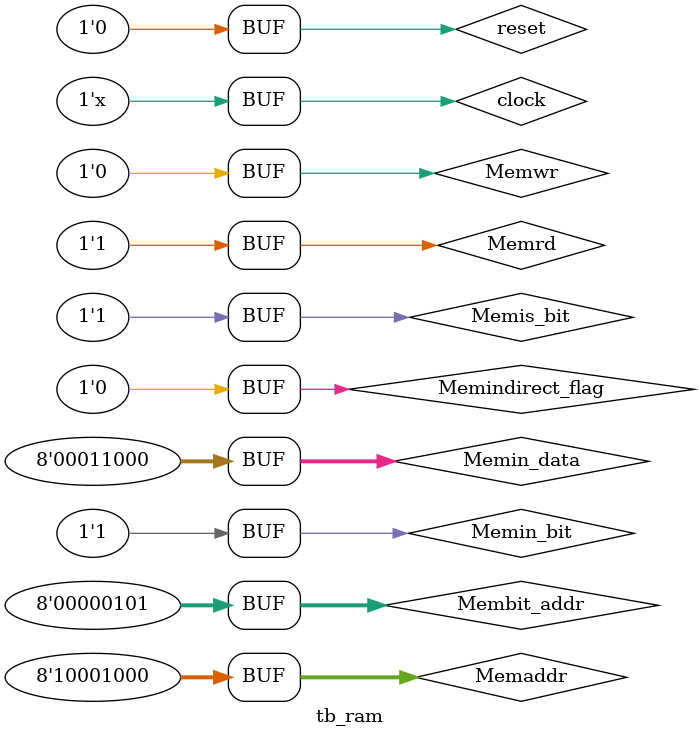
<source format=v>
`timescale 1ns / 1ps


module tb_ram;
    //inputs
    reg clock;
    reg reset;
    reg [7:0] Memaddr;
    reg Memrd;
    reg Memwr;
    reg [7:0] Memin_data;
    reg Memin_bit;
    reg Memis_bit;
    reg [7:0] Membit_addr;
    reg Memindirect_flag;
    
    //outputs
    wire [7:0] out;
    wire out_bit;

memory_ram ram_module(
    .clock(clock),
    .reset(reset),
    .addr(Memaddr),
    .rd(Memrd),
    .wr(Memwr),
    .in_data(Memin_data),
    .in_bit(Memin_bit),
    .is_bit (Memis_bit),
    .bit_addr(Membit_addr),
    .indirect_flag(Memindirect_flag),
    .out(out),
    .out_bit(out_bit)
);
    initial begin
        clock = 1'b0;
        reset = 1'b1;
        // write and read byte test
        Memwr=1'b1;
        Memrd=1'b0;
        Memaddr = 8'h88;
        Memin_bit=1'b0;
        Memin_data = 8'h18;
        Memis_bit = 1'b0;
        Memindirect_flag = 1'b0;
        #10
        reset = 1'b0;
        #10;
        Memwr=1'b1; // write byte
        Memrd=1'b0;
        #30;
        Memwr=1'b0; //read byte
        Memrd=1'b1;
        #10;
        // read and write bit
        Memis_bit=1'b1;
        Memwr=1'b1; // write bit
        Memrd=1'b0;
        Memin_bit=1'b1;
        Membit_addr = 8'h05; // write is 7 bit
        #20;
        Memis_bit=1'b1;
        Memwr=1'b0; // read bit
        Memrd=1'b1;
        Memin_bit=1'b1;
        Membit_addr = 8'h05; // write is 7 bit
        
    end
always #5 clock = ~clock;  
endmodule

</source>
